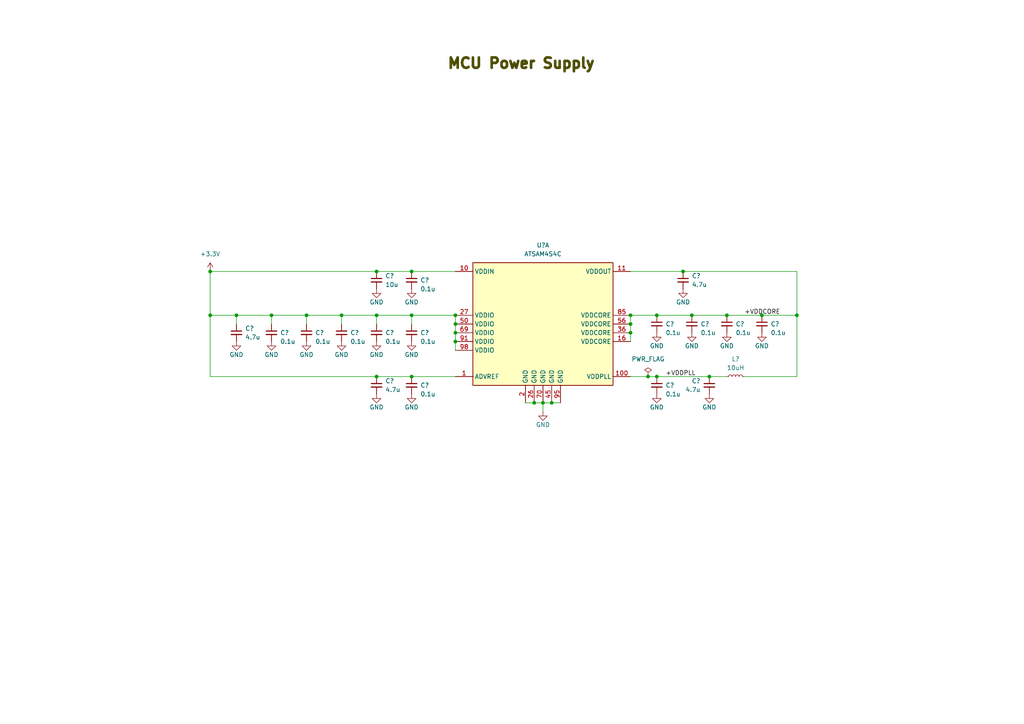
<source format=kicad_sch>
(kicad_sch (version 20230121) (generator eeschema)
  (paper "A4")
  (title_block (title "MCU Power Supply") (date "2023-06-28") (rev "R1"))
  (lib_symbols
    (symbol "Device:C_Small" (pin_numbers hide) (pin_names (offset 0.254) hide)
      (property "Reference" "C" (at 0.254 1.778 0))
      (property "Value" "C_Small" (at 0.254 -2.032 0))
      (symbol "C_Small_0_1"
        (polyline (pts (xy -1.524 -0.508) (xy 1.524 -0.508)) (stroke (width 0.3302)))
        (polyline (pts (xy -1.524 0.508) (xy 1.524 0.508)) (stroke (width 0.3048)))
      )
      (symbol "C_Small_1_1"
        (pin passive line (at 0 2.54 270) (length 2.032) (name "~") (number "1"))
        (pin passive line (at 0 -2.54 90) (length 2.032) (name "~") (number "2"))
      )
    )
    (symbol "Device:L_Small" (pin_numbers hide) (pin_names (offset 0.254) hide)
      (property "Reference" "L" (at 0.762 1.016 0))
      (property "Value" "L_Small" (at 0.762 -1.016 0))
      (symbol "L_Small_0_1"
        (arc (start 0 -2.032) (mid 0.5058 -1.524) (end 0 -1.016))
        (arc (start 0 -1.016) (mid 0.5058 -0.508) (end 0 0))
        (arc (start 0 0) (mid 0.5058 0.508) (end 0 1.016))
        (arc (start 0 1.016) (mid 0.5058 1.524) (end 0 2.032))
      )
      (symbol "L_Small_1_1"
        (pin passive line (at 0 2.54 270) (length 0.508) (name "~") (number "1"))
        (pin passive line (at 0 -2.54 90) (length 0.508) (name "~") (number "2"))
      )
    )
    (symbol "My Libraries:ATSAM4S2C"
      (property "Reference" "U" (at -2.54 58.42 0))
      (property "Value" "ATSAM4S4C" (at 0 55.88 0))
      (symbol "ATSAM4S2C_1_1"
        (rectangle (start -20.32 15.24) (end 20.32 -20.32) (stroke (width 0.254)) (fill (type background)))
        (pin input line (at -25.4 -17.78 0) (length 5.08) (name "ADVREF") (number "1"))
        (pin power_in line (at -25.4 12.7 0) (length 5.08) (name "VDDIN") (number "10"))
        (pin power_in line (at 25.4 -17.78 180) (length 5.08) (name "VDDPLL") (number "100"))
        (pin power_out line (at 25.4 12.7 180) (length 5.08) (name "VDDOUT") (number "11"))
        (pin power_in line (at 25.4 -7.62 180) (length 5.08) (name "VDDCORE") (number "16"))
        (pin power_in line (at -5.08 -25.4 90) (length 5.08) (name "GND") (number "2"))
        (pin power_in line (at -2.54 -25.4 90) (length 5.08) (name "GND") (number "26"))
        (pin power_in line (at -25.4 0 0) (length 5.08) (name "VDDIO") (number "27"))
        (pin power_in line (at 25.4 -5.08 180) (length 5.08) (name "VDDCORE") (number "36"))
        (pin power_in line (at 2.54 -25.4 90) (length 5.08) (name "GND") (number "45"))
        (pin power_in line (at -25.4 -2.54 0) (length 5.08) (name "VDDIO") (number "50"))
        (pin power_in line (at 25.4 -2.54 180) (length 5.08) (name "VDDCORE") (number "56"))
        (pin power_in line (at -25.4 -5.08 0) (length 5.08) (name "VDDIO") (number "69"))
        (pin power_in line (at 0 -25.4 90) (length 5.08) (name "GND") (number "70"))
        (pin power_in line (at 25.4 0 180) (length 5.08) (name "VDDCORE") (number "85"))
        (pin power_in line (at -25.4 -7.62 0) (length 5.08) (name "VDDIO") (number "91"))
        (pin power_in line (at 5.08 -25.4 90) (length 5.08) (name "GND") (number "95"))
        (pin power_in line (at -25.4 -10.16 0) (length 5.08) (name "VDDIO") (number "98"))
      )
      (symbol "ATSAM4S2C_2_1"
        (rectangle (start -17.78 53.34) (end 15.24 -58.42) (stroke (width 0.254)) (fill (type background)))
        (pin passive line (at -22.86 33.02 0) (length 5.08) (name "PA17/AD0") (number "12"))
        (pin passive line (at -22.86 30.48 0) (length 5.08) (name "PC26") (number "13"))
        (pin passive line (at -22.86 27.94 0) (length 5.08) (name "PA18/AD1") (number "14"))
        (pin passive line (at -22.86 25.4 0) (length 5.08) (name "PA21/AD8") (number "15"))
        (pin passive line (at -22.86 22.86 0) (length 5.08) (name "PC27") (number "17"))
        (pin passive line (at -22.86 20.32 0) (length 5.08) (name "PA19/AD2") (number "18"))
        (pin passive line (at -22.86 17.78 0) (length 5.08) (name "PC15/AD11") (number "19"))
        (pin passive line (at -22.86 15.24 0) (length 5.08) (name "PA22/AD9") (number "20"))
        (pin passive line (at -22.86 12.7 0) (length 5.08) (name "PC13/AD10") (number "21"))
        (pin passive line (at -22.86 10.16 0) (length 5.08) (name "PA23") (number "22"))
        (pin passive line (at -22.86 7.62 0) (length 5.08) (name "PC12/AD12") (number "23"))
        (pin passive line (at -22.86 5.08 0) (length 5.08) (name "PA20/AD3") (number "24"))
        (pin passive line (at -22.86 2.54 0) (length 5.08) (name "PC0") (number "25"))
        (pin passive line (at -22.86 0 0) (length 5.08) (name "PA16") (number "28"))
        (pin passive line (at -22.86 -2.54 0) (length 5.08) (name "PC7") (number "29"))
        (pin passive line (at -22.86 50.8 0) (length 5.08) (name "PB0/AD4") (number "3"))
        (pin passive line (at -22.86 -5.08 0) (length 5.08) (name "PA15") (number "30"))
        (pin passive line (at -22.86 -7.62 0) (length 5.08) (name "PA14") (number "31"))
        (pin passive line (at -22.86 -10.16 0) (length 5.08) (name "PC6") (number "32"))
        (pin passive line (at -22.86 -12.7 0) (length 5.08) (name "PA13") (number "33"))
        (pin passive line (at -22.86 -15.24 0) (length 5.08) (name "PA24") (number "34"))
        (pin passive line (at -22.86 -17.78 0) (length 5.08) (name "PC5") (number "35"))
        (pin passive line (at -22.86 -20.32 0) (length 5.08) (name "PC4") (number "37"))
        (pin passive line (at -22.86 -22.86 0) (length 5.08) (name "PA25") (number "38"))
        (pin passive line (at -22.86 -25.4 0) (length 5.08) (name "PA26") (number "39"))
        (pin passive line (at -22.86 48.26 0) (length 5.08) (name "PC29/AD13") (number "4"))
        (pin passive line (at -22.86 -27.94 0) (length 5.08) (name "PC3") (number "40"))
        (pin passive line (at -22.86 -30.48 0) (length 5.08) (name "PA12") (number "41"))
        (pin passive line (at -22.86 -33.02 0) (length 5.08) (name "PA11") (number "42"))
        (pin passive line (at -22.86 -35.56 0) (length 5.08) (name "PC2") (number "43"))
        (pin passive line (at -22.86 -38.1 0) (length 5.08) (name "PA10") (number "44"))
        (pin passive line (at -22.86 -40.64 0) (length 5.08) (name "PA9") (number "46"))
        (pin passive line (at -22.86 -43.18 0) (length 5.08) (name "PC1") (number "47"))
        (pin passive line (at 20.32 -27.94 180) (length 5.08) (name "PA8/XOUT32") (number "48"))
        (pin passive line (at 20.32 -30.48 180) (length 5.08) (name "PA7/XIN32") (number "49"))
        (pin passive line (at -22.86 45.72 0) (length 5.08) (name "PB1/AD5") (number "5"))
        (pin passive line (at 20.32 -45.72 180) (length 5.08) (name "TDI/PB4") (number "51"))
        (pin passive line (at -22.86 -45.72 0) (length 5.08) (name "PA6") (number "52"))
        (pin passive line (at -22.86 -48.26 0) (length 5.08) (name "PA5") (number "53"))
        (pin passive line (at -22.86 -50.8 0) (length 5.08) (name "PC28") (number "54"))
        (pin passive line (at -22.86 -53.34 0) (length 5.08) (name "PA4") (number "55"))
        (pin passive line (at 20.32 -20.32 180) (length 5.08) (name "PA27") (number "57"))
        (pin passive line (at 20.32 -17.78 180) (length 5.08) (name "PC8") (number "58"))
        (pin passive line (at 20.32 -15.24 180) (length 5.08) (name "PA28") (number "59"))
        (pin passive line (at -22.86 43.18 0) (length 5.08) (name "PC30/AD14") (number "6"))
        (pin passive line (at 20.32 -40.64 180) (length 5.08) (name "NRST") (number "60"))
        (pin passive line (at 20.32 -43.18 180) (length 5.08) (name "TST") (number "61"))
        (pin passive line (at 20.32 -12.7 180) (length 5.08) (name "PC9") (number "62"))
        (pin passive line (at 20.32 -10.16 180) (length 5.08) (name "PA29") (number "63"))
        (pin passive line (at 20.32 -7.62 180) (length 5.08) (name "PA30") (number "64"))
        (pin passive line (at 20.32 -5.08 180) (length 5.08) (name "PC10") (number "65"))
        (pin passive line (at 20.32 -2.54 180) (length 5.08) (name "PA3") (number "66"))
        (pin passive line (at 20.32 0 180) (length 5.08) (name "PA2") (number "67"))
        (pin passive line (at 20.32 2.54 180) (length 5.08) (name "PC11") (number "68"))
        (pin passive line (at -22.86 40.64 0) (length 5.08) (name "PB2/AD6") (number "7"))
        (pin passive line (at 20.32 5.08 180) (length 5.08) (name "PC14") (number "71"))
        (pin passive line (at 20.32 7.62 180) (length 5.08) (name "PA1") (number "72"))
        (pin passive line (at 20.32 10.16 180) (length 5.08) (name "PC16") (number "73"))
        (pin passive line (at 20.32 12.7 180) (length 5.08) (name "PA0") (number "74"))
        (pin passive line (at 20.32 15.24 180) (length 5.08) (name "PC17") (number "75"))
        (pin passive line (at 20.32 -48.26 180) (length 5.08) (name "PB5/TDO/TRACESWO") (number "76"))
        (pin passive line (at 20.32 -50.8 180) (length 5.08) (name "JTAGSEL") (number "77"))
        (pin passive line (at 20.32 17.78 180) (length 5.08) (name "PC18") (number "78"))
        (pin passive line (at 20.32 -53.34 180) (length 5.08) (name "PB6/TMS/SWDIO") (number "79"))
        (pin passive line (at -22.86 38.1 0) (length 5.08) (name "PC31") (number "8"))
        (pin passive line (at 20.32 20.32 180) (length 5.08) (name "PC19") (number "80"))
        (pin passive line (at 20.32 22.86 180) (length 5.08) (name "PA31") (number "81"))
        (pin passive line (at 20.32 25.4 180) (length 5.08) (name "PC20") (number "82"))
        (pin passive line (at 20.32 -55.88 180) (length 5.08) (name "PB7/TCK/SWCLK") (number "83"))
        (pin passive line (at 20.32 27.94 180) (length 5.08) (name "PC21") (number "84"))
        (pin passive line (at 20.32 30.48 180) (length 5.08) (name "PC22") (number "86"))
        (pin passive line (at 20.32 33.02 180) (length 5.08) (name "PB12/ERASE") (number "87"))
        (pin passive line (at 20.32 35.56 180) (length 5.08) (name "PB10/DDM") (number "88"))
        (pin passive line (at 20.32 38.1 180) (length 5.08) (name "PB11/DDP") (number "89"))
        (pin passive line (at -22.86 35.56 0) (length 5.08) (name "PB3/AD7") (number "9"))
        (pin passive line (at 20.32 40.64 180) (length 5.08) (name "PC23") (number "90"))
        (pin passive line (at 20.32 43.18 180) (length 5.08) (name "PC24") (number "92"))
        (pin passive line (at 20.32 45.72 180) (length 5.08) (name "PB13/DAC0") (number "93"))
        (pin passive line (at 20.32 48.26 180) (length 5.08) (name "PC25") (number "94"))
        (pin passive line (at 20.32 -38.1 180) (length 5.08) (name "PB8/XOUT") (number "96"))
        (pin passive line (at 20.32 -35.56 180) (length 5.08) (name "PB9/PGMCK/XIN") (number "97"))
        (pin passive line (at 20.32 50.8 180) (length 5.08) (name "PB14/DAC1") (number "99"))
      )
    )
    (symbol "power:+3.3V" (power) (pin_names (offset 0))
      (property "Value" "+3.3V" (at 0 3.556 0))
      (symbol "+3.3V_0_1"
        (polyline (pts (xy -0.762 1.27) (xy 0 2.54)))
        (polyline (pts (xy 0 0) (xy 0 2.54)))
        (polyline (pts (xy 0 2.54) (xy 0.762 1.27)))
      )
      (symbol "+3.3V_1_1"
        (pin power_in line (at 0 0 90) (length 0) hide (name "+3.3V") (number "1"))
      )
    )
    (symbol "power:GND" (power) (pin_names (offset 0))
      (property "Value" "GND" (at 0 -3.81 0))
      (symbol "GND_0_1"
        (polyline (pts (xy 0 0) (xy 0 -1.27) (xy 1.27 -1.27) (xy 0 -2.54) (xy -1.27 -1.27) (xy 0 -1.27)))
      )
      (symbol "GND_1_1"
        (pin power_in line (at 0 0 270) (length 0) hide (name "GND") (number "1"))
      )
    )
    (symbol "power:PWR_FLAG" (power) (pin_numbers hide) (pin_names (offset 0) hide)
      (property "Value" "PWR_FLAG" (at 0 3.81 0))
      (symbol "PWR_FLAG_0_0"
        (pin power_out line (at 0 0 90) (length 0) (name "pwr") (number "1"))
      )
      (symbol "PWR_FLAG_0_1"
        (polyline (pts (xy 0 0) (xy 0 1.27) (xy -1.016 1.905) (xy 0 2.54) (xy 1.016 1.905) (xy 0 1.27)))
      )
    )
  )
  (junction (at 200.66 91.44))
  (junction (at 132.08 96.52))
  (junction (at 182.88 96.52))
  (junction (at 132.08 93.98))
  (junction (at 198.12 78.74))
  (junction (at 119.38 78.74))
  (junction (at 109.22 109.22))
  (junction (at 182.88 93.98))
  (junction (at 78.74 91.44))
  (junction (at 190.5 109.22))
  (junction (at 68.58 91.44))
  (junction (at 60.96 91.44))
  (junction (at 88.9 91.44))
  (junction (at 109.22 91.44))
  (junction (at 119.38 91.44))
  (junction (at 160.02 116.84))
  (junction (at 190.5 91.44))
  (junction (at 109.22 78.74))
  (junction (at 132.08 99.06))
  (junction (at 132.08 91.44))
  (junction (at 187.96 109.22))
  (junction (at 119.38 109.22))
  (junction (at 157.48 116.84))
  (junction (at 154.94 116.84))
  (junction (at 205.74 109.22))
  (junction (at 220.98 91.44))
  (junction (at 210.82 91.44))
  (junction (at 182.88 91.44))
  (junction (at 231.14 91.44))
  (junction (at 99.06 91.44))
  (junction (at 60.96 78.74))
  (wire (pts (xy 187.96 109.22) (xy 190.5 109.22)))
  (wire (pts (xy 78.74 91.44) (xy 78.74 93.98)))
  (wire (pts (xy 182.88 91.44) (xy 190.5 91.44)))
  (wire (pts (xy 198.12 78.74) (xy 231.14 78.74)))
  (wire (pts (xy 132.08 93.98) (xy 132.08 96.52)))
  (wire (pts (xy 182.88 109.22) (xy 187.96 109.22)))
  (wire (pts (xy 99.06 91.44) (xy 99.06 93.98)))
  (wire (pts (xy 60.96 91.44) (xy 60.96 109.22)))
  (wire (pts (xy 231.14 78.74) (xy 231.14 91.44)))
  (wire (pts (xy 78.74 91.44) (xy 68.58 91.44)))
  (wire (pts (xy 190.5 91.44) (xy 200.66 91.44)))
  (wire (pts (xy 109.22 109.22) (xy 119.38 109.22)))
  (wire (pts (xy 88.9 91.44) (xy 88.9 93.98)))
  (wire (pts (xy 88.9 91.44) (xy 78.74 91.44)))
  (wire (pts (xy 119.38 91.44) (xy 119.38 93.98)))
  (wire (pts (xy 60.96 91.44) (xy 68.58 91.44)))
  (wire (pts (xy 231.14 91.44) (xy 231.14 109.22)))
  (wire (pts (xy 152.4 116.84) (xy 154.94 116.84)))
  (wire (pts (xy 119.38 78.74) (xy 132.08 78.74)))
  (wire (pts (xy 190.5 109.22) (xy 205.74 109.22)))
  (wire (pts (xy 132.08 99.06) (xy 132.08 101.6)))
  (wire (pts (xy 119.38 91.44) (xy 109.22 91.44)))
  (wire (pts (xy 182.88 78.74) (xy 198.12 78.74)))
  (wire (pts (xy 99.06 91.44) (xy 88.9 91.44)))
  (wire (pts (xy 109.22 78.74) (xy 60.96 78.74)))
  (wire (pts (xy 109.22 78.74) (xy 119.38 78.74)))
  (wire (pts (xy 210.82 91.44) (xy 220.98 91.44)))
  (wire (pts (xy 60.96 78.74) (xy 60.96 91.44)))
  (wire (pts (xy 119.38 109.22) (xy 132.08 109.22)))
  (wire (pts (xy 60.96 109.22) (xy 109.22 109.22)))
  (wire (pts (xy 157.48 116.84) (xy 157.48 119.38)))
  (wire (pts (xy 182.88 91.44) (xy 182.88 93.98)))
  (wire (pts (xy 132.08 91.44) (xy 119.38 91.44)))
  (wire (pts (xy 182.88 93.98) (xy 182.88 96.52)))
  (wire (pts (xy 154.94 116.84) (xy 157.48 116.84)))
  (wire (pts (xy 157.48 116.84) (xy 160.02 116.84)))
  (wire (pts (xy 231.14 109.22) (xy 215.9 109.22)))
  (wire (pts (xy 132.08 91.44) (xy 132.08 93.98)))
  (wire (pts (xy 200.66 91.44) (xy 210.82 91.44)))
  (wire (pts (xy 132.08 96.52) (xy 132.08 99.06)))
  (wire (pts (xy 182.88 96.52) (xy 182.88 99.06)))
  (wire (pts (xy 205.74 109.22) (xy 210.82 109.22)))
  (wire (pts (xy 160.02 116.84) (xy 162.56 116.84)))
  (wire (pts (xy 220.98 91.44) (xy 231.14 91.44)))
  (wire (pts (xy 109.22 91.44) (xy 99.06 91.44)))
  (wire (pts (xy 68.58 91.44) (xy 68.58 93.98)))
  (wire (pts (xy 109.22 91.44) (xy 109.22 93.98)))
  (text "${TITLE}" (at 129.54 20.32 0) (effects (font (size 3 3) (thickness 0.8) bold) (justify left bottom)))
  (label "+VDDCORE" (at 215.9 91.44 0))
  (label "+VDDPLL" (at 193.04 109.22 0))
  (symbol (lib_id "Device:C_Small") (at 68.58 96.52 0) (unit 1)
    (property "Reference" "C?" (at 71.12 95.2563 0) (effects (justify left)))
    (property "Value" "4.7u" (at 71.12 97.7963 0) (effects (justify left)))
    (property "Footprint" "Capacitor_SMD:C_0805_2012Metric" (effects hide))
    (instances (project "serial_io_expander" (path "" (reference "C?") (unit 1)) (path "" (reference "C14") (unit 1))))
  )
  (symbol (lib_id "power:GND") (at 198.12 83.82 0) (unit 1)
    (property "Reference" "#PWR?" (effects hide))
    (property "Value" "GND" (at 198.12 87.63 0))
    (instances (project "serial_io_expander" (path "" (reference "#PWR?") (unit 1)) (path "" (reference "#PWR0243") (unit 1))))
  )
  (symbol (lib_id "power:GND") (at 190.5 114.3 0) (unit 1)
    (property "Reference" "#PWR?" (effects hide))
    (property "Value" "GND" (at 190.5 118.11 0))
    (instances (project "serial_io_expander" (path "" (reference "#PWR?") (unit 1)) (path "" (reference "#PWR0239") (unit 1))))
  )
  (symbol (lib_id "Device:C_Small") (at 205.74 111.76 0) (mirror y) (unit 1)
    (property "Reference" "C?" (at 203.2 110.4963 0) (effects (justify left)))
    (property "Value" "4.7u" (at 203.2 113.0363 0) (effects (justify left)))
    (property "Footprint" "Capacitor_SMD:C_0805_2012Metric" (effects hide))
    (instances (project "serial_io_expander" (path "" (reference "C?") (unit 1)) (path "" (reference "C28") (unit 1))))
  )
  (symbol (lib_id "power:GND") (at 220.98 96.52 0) (unit 1)
    (property "Reference" "#PWR?" (effects hide))
    (property "Value" "GND" (at 220.98 100.33 0))
    (instances (project "serial_io_expander" (path "" (reference "#PWR?") (unit 1)) (path "" (reference "#PWR0242") (unit 1))))
  )
  (symbol (lib_id "power:GND") (at 119.38 83.82 0) (unit 1)
    (property "Reference" "#PWR?" (effects hide))
    (property "Value" "GND" (at 119.38 87.63 0))
    (instances (project "serial_io_expander" (path "" (reference "#PWR?") (unit 1)) (path "" (reference "#PWR0245") (unit 1))))
  )
  (symbol (lib_id "Device:C_Small") (at 78.74 96.52 0) (unit 1)
    (property "Reference" "C?" (at 81.28 96.52 0) (effects (justify left)))
    (property "Value" "0.1u" (at 81.28 99.06 0) (effects (justify left)))
    (property "Footprint" "Capacitor_SMD:C_0603_1608Metric" (effects hide))
    (property "PartkeeprID" "50" (effects hide))
    (instances (project "serial_io_expander" (path "" (reference "C?") (unit 1)) (path "" (reference "C?") (unit 1)) (path "" (reference "C?") (unit 1)) (path "" (reference "C15") (unit 1))))
  )
  (symbol (lib_id "Device:C_Small") (at 220.98 93.98 0) (unit 1)
    (property "Reference" "C?" (at 223.52 93.98 0) (effects (justify left)))
    (property "Value" "0.1u" (at 223.52 96.52 0) (effects (justify left)))
    (property "Footprint" "Capacitor_SMD:C_0603_1608Metric" (effects hide))
    (property "PartkeeprID" "50" (effects hide))
    (instances (project "serial_io_expander" (path "" (reference "C?") (unit 1)) (path "" (reference "C?") (unit 1)) (path "" (reference "C?") (unit 1)) (path "" (reference "C30") (unit 1))))
  )
  (symbol (lib_id "Device:C_Small") (at 119.38 96.52 0) (unit 1)
    (property "Reference" "C?" (at 121.92 96.52 0) (effects (justify left)))
    (property "Value" "0.1u" (at 121.92 99.06 0) (effects (justify left)))
    (property "Footprint" "Capacitor_SMD:C_0603_1608Metric" (effects hide))
    (property "PartkeeprID" "50" (effects hide))
    (instances (project "serial_io_expander" (path "" (reference "C?") (unit 1)) (path "" (reference "C?") (unit 1)) (path "" (reference "C?") (unit 1)) (path "" (reference "C22") (unit 1))))
  )
  (symbol (lib_id "power:GND") (at 109.22 114.3 0) (unit 1)
    (property "Reference" "#PWR?" (effects hide))
    (property "Value" "GND" (at 109.22 118.11 0))
    (instances (project "serial_io_expander" (path "" (reference "#PWR?") (unit 1)) (path "" (reference "#PWR0247") (unit 1))))
  )
  (symbol (lib_id "Device:C_Small") (at 109.22 81.28 0) (unit 1)
    (property "Reference" "C?" (at 111.76 80.0163 0) (effects (justify left)))
    (property "Value" "10u" (at 111.76 82.5563 0) (effects (justify left)))
    (property "Footprint" "Capacitor_SMD:C_0805_2012Metric" (effects hide))
    (property "PartkeeprID" "52" (effects hide))
    (instances (project "serial_io_expander" (path "" (reference "C?") (unit 1)) (path "" (reference "C18") (unit 1))))
  )
  (symbol (lib_id "power:GND") (at 119.38 114.3 0) (unit 1)
    (property "Reference" "#PWR?" (effects hide))
    (property "Value" "GND" (at 119.38 118.11 0))
    (instances (project "serial_io_expander" (path "" (reference "#PWR?") (unit 1)) (path "" (reference "#PWR0246") (unit 1))))
  )
  (symbol (lib_id "Device:C_Small") (at 99.06 96.52 0) (unit 1)
    (property "Reference" "C?" (at 101.6 96.52 0) (effects (justify left)))
    (property "Value" "0.1u" (at 101.6 99.06 0) (effects (justify left)))
    (property "Footprint" "Capacitor_SMD:C_0603_1608Metric" (effects hide))
    (property "PartkeeprID" "50" (effects hide))
    (instances (project "serial_io_expander" (path "" (reference "C?") (unit 1)) (path "" (reference "C?") (unit 1)) (path "" (reference "C?") (unit 1)) (path "" (reference "C17") (unit 1))))
  )
  (symbol (lib_id "power:GND") (at 109.22 83.82 0) (unit 1)
    (property "Reference" "#PWR?" (effects hide))
    (property "Value" "GND" (at 109.22 87.63 0))
    (instances (project "serial_io_expander" (path "" (reference "#PWR?") (unit 1)) (path "" (reference "#PWR0244") (unit 1))))
  )
  (symbol (lib_id "power:GND") (at 68.58 99.06 0) (unit 1)
    (property "Reference" "#PWR?" (effects hide))
    (property "Value" "GND" (at 68.58 102.87 0))
    (instances (project "serial_io_expander" (path "" (reference "#PWR?") (unit 1)) (path "" (reference "#PWR0235") (unit 1))))
  )
  (symbol (lib_id "Device:C_Small") (at 200.66 93.98 0) (unit 1)
    (property "Reference" "C?" (at 203.2 93.98 0) (effects (justify left)))
    (property "Value" "0.1u" (at 203.2 96.52 0) (effects (justify left)))
    (property "Footprint" "Capacitor_SMD:C_0603_1608Metric" (effects hide))
    (property "PartkeeprID" "50" (effects hide))
    (instances (project "serial_io_expander" (path "" (reference "C?") (unit 1)) (path "" (reference "C?") (unit 1)) (path "" (reference "C?") (unit 1)) (path "" (reference "C27") (unit 1))))
  )
  (symbol (lib_id "Device:C_Small") (at 210.82 93.98 0) (unit 1)
    (property "Reference" "C?" (at 213.36 93.98 0) (effects (justify left)))
    (property "Value" "0.1u" (at 213.36 96.52 0) (effects (justify left)))
    (property "Footprint" "Capacitor_SMD:C_0603_1608Metric" (effects hide))
    (property "PartkeeprID" "50" (effects hide))
    (instances (project "serial_io_expander" (path "" (reference "C?") (unit 1)) (path "" (reference "C?") (unit 1)) (path "" (reference "C?") (unit 1)) (path "" (reference "C29") (unit 1))))
  )
  (symbol (lib_id "Device:C_Small") (at 190.5 111.76 0) (unit 1)
    (property "Reference" "C?" (at 193.04 111.76 0) (effects (justify left)))
    (property "Value" "0.1u" (at 193.04 114.3 0) (effects (justify left)))
    (property "Footprint" "Capacitor_SMD:C_0603_1608Metric" (effects hide))
    (property "PartkeeprID" "50" (effects hide))
    (instances (project "serial_io_expander" (path "" (reference "C?") (unit 1)) (path "" (reference "C?") (unit 1)) (path "" (reference "C?") (unit 1)) (path "" (reference "C25") (unit 1))))
  )
  (symbol (lib_id "power:GND") (at 109.22 99.06 0) (unit 1)
    (property "Reference" "#PWR?" (effects hide))
    (property "Value" "GND" (at 109.22 102.87 0))
    (instances (project "serial_io_expander" (path "" (reference "#PWR?") (unit 1)) (path "" (reference "#PWR0248") (unit 1))))
  )
  (symbol (lib_id "Device:C_Small") (at 109.22 111.76 0) (unit 1)
    (property "Reference" "C?" (at 111.76 110.4963 0) (effects (justify left)))
    (property "Value" "4.7u" (at 111.76 113.0363 0) (effects (justify left)))
    (property "Footprint" "Capacitor_SMD:C_0805_2012Metric" (effects hide))
    (instances (project "serial_io_expander" (path "" (reference "C?") (unit 1)) (path "" (reference "C20") (unit 1))))
  )
  (symbol (lib_id "Device:C_Small") (at 109.22 96.52 0) (unit 1)
    (property "Reference" "C?" (at 111.76 96.52 0) (effects (justify left)))
    (property "Value" "0.1u" (at 111.76 99.06 0) (effects (justify left)))
    (property "Footprint" "Capacitor_SMD:C_0603_1608Metric" (effects hide))
    (property "PartkeeprID" "50" (effects hide))
    (instances (project "serial_io_expander" (path "" (reference "C?") (unit 1)) (path "" (reference "C?") (unit 1)) (path "" (reference "C?") (unit 1)) (path "" (reference "C19") (unit 1))))
  )
  (symbol (lib_id "power:GND") (at 200.66 96.52 0) (unit 1)
    (property "Reference" "#PWR?" (effects hide))
    (property "Value" "GND" (at 200.66 100.33 0))
    (instances (project "serial_io_expander" (path "" (reference "#PWR?") (unit 1)) (path "" (reference "#PWR0237") (unit 1))))
  )
  (symbol (lib_id "power:GND") (at 99.06 99.06 0) (unit 1)
    (property "Reference" "#PWR?" (effects hide))
    (property "Value" "GND" (at 99.06 102.87 0))
    (instances (project "serial_io_expander" (path "" (reference "#PWR?") (unit 1)) (path "" (reference "#PWR0233") (unit 1))))
  )
  (symbol (lib_id "Device:C_Small") (at 119.38 81.28 0) (unit 1)
    (property "Reference" "C?" (at 121.92 81.28 0) (effects (justify left)))
    (property "Value" "0.1u" (at 121.92 83.82 0) (effects (justify left)))
    (property "Footprint" "Capacitor_SMD:C_0603_1608Metric" (effects hide))
    (property "PartkeeprID" "50" (effects hide))
    (instances (project "serial_io_expander" (path "" (reference "C?") (unit 1)) (path "" (reference "C?") (unit 1)) (path "" (reference "C?") (unit 1)) (path "" (reference "C21") (unit 1))))
  )
  (symbol (lib_id "power:GND") (at 78.74 99.06 0) (unit 1)
    (property "Reference" "#PWR?" (effects hide))
    (property "Value" "GND" (at 78.74 102.87 0))
    (instances (project "serial_io_expander" (path "" (reference "#PWR?") (unit 1)) (path "" (reference "#PWR0236") (unit 1))))
  )
  (symbol (lib_id "Device:C_Small") (at 88.9 96.52 0) (unit 1)
    (property "Reference" "C?" (at 91.44 96.52 0) (effects (justify left)))
    (property "Value" "0.1u" (at 91.44 99.06 0) (effects (justify left)))
    (property "Footprint" "Capacitor_SMD:C_0603_1608Metric" (effects hide))
    (property "PartkeeprID" "50" (effects hide))
    (instances (project "serial_io_expander" (path "" (reference "C?") (unit 1)) (path "" (reference "C?") (unit 1)) (path "" (reference "C?") (unit 1)) (path "" (reference "C16") (unit 1))))
  )
  (symbol (lib_id "Device:L_Small") (at 213.36 109.22 90) (unit 1)
    (property "Reference" "L?" (at 213.36 104.14 90))
    (property "Value" "10uH" (at 213.36 106.68 90))
    (property "Footprint" "Inductor_SMD:L_0603_1608Metric" (effects hide))
    (instances (project "serial_io_expander" (path "" (reference "L?") (unit 1)) (path "" (reference "L2") (unit 1))))
  )
  (symbol (lib_id "My Libraries:ATSAM4S2C") (at 157.48 91.44 0) (unit 1)
    (property "Reference" "U?" (at 157.48 71.12 0))
    (property "Value" "ATSAM4S4C" (at 157.48 73.66 0))
    (property "Footprint" "Package_QFP:LQFP-100_14x14mm_P0.5mm" (effects hide))
    (property "Datasheet" "https://ww1.microchip.com/downloads/aemDocuments/documents/OTH/ProductDocuments/DataSheets/Atmel-11100-32-bitCortex-M4-Microcontroller-SAM4S_Datasheet.pdf" (effects hide))
    (instances (project "serial_io_expander" (path "" (reference "U?") (unit 1)) (path "" (reference "U1") (unit 1))))
  )
  (symbol (lib_id "power:PWR_FLAG") (at 187.96 109.22 0) (unit 1)
    (property "Reference" "#FLG0102" (effects hide))
    (property "Value" "PWR_FLAG" (at 187.96 104.14 0))
  )
  (symbol (lib_id "power:GND") (at 190.5 96.52 0) (unit 1)
    (property "Reference" "#PWR?" (effects hide))
    (property "Value" "GND" (at 190.5 100.33 0))
    (instances (project "serial_io_expander" (path "" (reference "#PWR?") (unit 1)) (path "" (reference "#PWR0238") (unit 1))))
  )
  (symbol (lib_id "power:GND") (at 119.38 99.06 0) (unit 1)
    (property "Reference" "#PWR?" (effects hide))
    (property "Value" "GND" (at 119.38 102.87 0))
    (instances (project "serial_io_expander" (path "" (reference "#PWR?") (unit 1)) (path "" (reference "#PWR0249") (unit 1))))
  )
  (symbol (lib_id "power:GND") (at 210.82 96.52 0) (unit 1)
    (property "Reference" "#PWR?" (effects hide))
    (property "Value" "GND" (at 210.82 100.33 0))
    (instances (project "serial_io_expander" (path "" (reference "#PWR?") (unit 1)) (path "" (reference "#PWR0241") (unit 1))))
  )
  (symbol (lib_id "power:GND") (at 88.9 99.06 0) (unit 1)
    (property "Reference" "#PWR?" (effects hide))
    (property "Value" "GND" (at 88.9 102.87 0))
    (instances (project "serial_io_expander" (path "" (reference "#PWR?") (unit 1)) (path "" (reference "#PWR0234") (unit 1))))
  )
  (symbol (lib_id "Device:C_Small") (at 190.5 93.98 0) (unit 1)
    (property "Reference" "C?" (at 193.04 93.98 0) (effects (justify left)))
    (property "Value" "0.1u" (at 193.04 96.52 0) (effects (justify left)))
    (property "Footprint" "Capacitor_SMD:C_0603_1608Metric" (effects hide))
    (property "PartkeeprID" "50" (effects hide))
    (instances (project "serial_io_expander" (path "" (reference "C?") (unit 1)) (path "" (reference "C?") (unit 1)) (path "" (reference "C?") (unit 1)) (path "" (reference "C24") (unit 1))))
  )
  (symbol (lib_id "power:GND") (at 157.48 119.38 0) (unit 1)
    (property "Reference" "#PWR?" (effects hide))
    (property "Value" "GND" (at 157.48 123.19 0))
    (instances (project "serial_io_expander" (path "" (reference "#PWR?") (unit 1)) (path "" (reference "#PWR0250") (unit 1))))
  )
  (symbol (lib_id "Device:C_Small") (at 119.38 111.76 0) (unit 1)
    (property "Reference" "C?" (at 121.92 111.76 0) (effects (justify left)))
    (property "Value" "0.1u" (at 121.92 114.3 0) (effects (justify left)))
    (property "Footprint" "Capacitor_SMD:C_0603_1608Metric" (effects hide))
    (property "PartkeeprID" "50" (effects hide))
    (instances (project "serial_io_expander" (path "" (reference "C?") (unit 1)) (path "" (reference "C?") (unit 1)) (path "" (reference "C?") (unit 1)) (path "" (reference "C23") (unit 1))))
  )
  (symbol (lib_id "power:GND") (at 205.74 114.3 0) (mirror y) (unit 1)
    (property "Reference" "#PWR?" (effects hide))
    (property "Value" "GND" (at 205.74 118.11 0))
    (instances (project "serial_io_expander" (path "" (reference "#PWR?") (unit 1)) (path "" (reference "#PWR0240") (unit 1))))
  )
  (symbol (lib_id "Device:C_Small") (at 198.12 81.28 0) (unit 1)
    (property "Reference" "C?" (at 200.66 80.0163 0) (effects (justify left)))
    (property "Value" "4.7u" (at 200.66 82.5563 0) (effects (justify left)))
    (property "Footprint" "Capacitor_SMD:C_0805_2012Metric" (effects hide))
    (instances (project "serial_io_expander" (path "" (reference "C?") (unit 1)) (path "" (reference "C26") (unit 1))))
  )
  (symbol (lib_id "power:+3.3V") (at 60.96 78.74 0) (unit 1)
    (property "Reference" "#PWR?" (effects hide))
    (property "Value" "+3.3V" (at 60.96 73.66 0))
    (instances (project "serial_io_expander" (path "" (reference "#PWR?") (unit 1)) (path "" (reference "#PWR0232") (unit 1))))
  )
)
</source>
